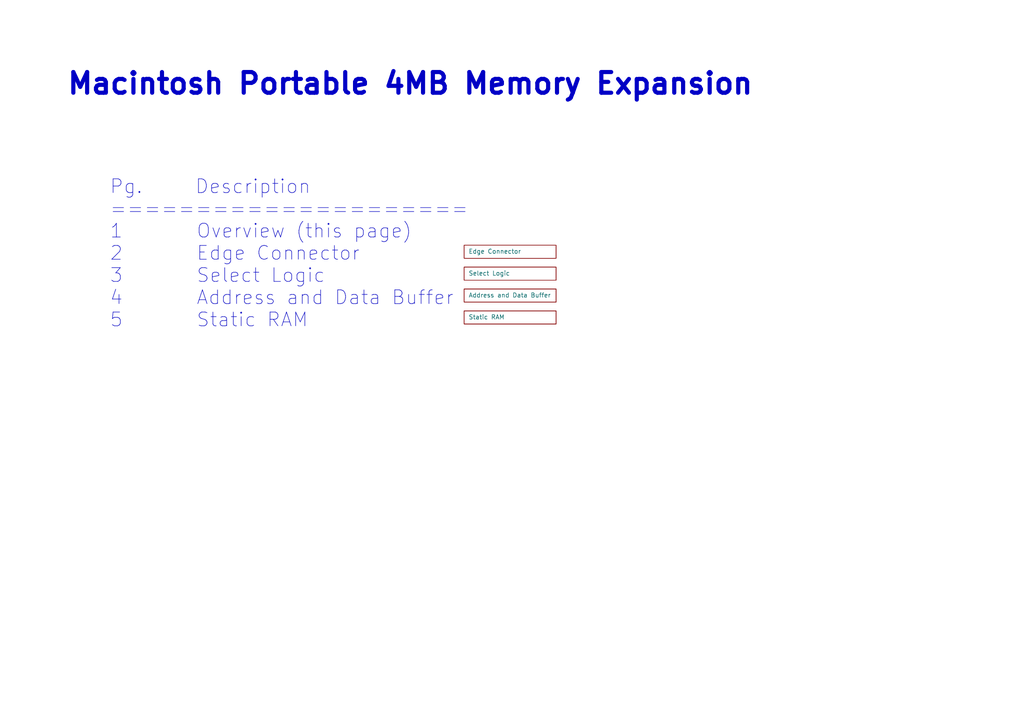
<source format=kicad_sch>
(kicad_sch (version 20211123) (generator eeschema)
  (paper "A4")
  (title_block (title "Overview") (date "2022-10-20") (rev "0.1"))
  (lib_symbols)
  (text "Pg.     Description\n=====================\n1       Overview (this page)\n2       Edge Connector\n3       Select Logic\n4       Address and Data Buffer\n5       Static RAM" (at 31.75 95.25 0) (effects (font (size 4 4)) (justify left bottom)))
  (text "Macintosh Portable 4MB Memory Expansion" (at 19.05 27.94 0) (effects (font (size 6 6) (thickness 1.2) bold) (justify left bottom)))
  (sheet (at 134.62 77.47) (size 26.67 3.81) (stroke (width 0.1524))
    (property "Sheet name" "Select Logic" (at 135.89 80.01 0) (effects (justify left bottom)))
    (property "Sheet file" "select-logic.kicad_sch" (effects hide))
  )
  (sheet (at 134.62 71.12) (size 26.67 3.81) (stroke (width 0.1524))
    (property "Sheet name" "Edge Connector" (at 135.89 73.66 0) (effects (justify left bottom)))
    (property "Sheet file" "edge-connector.kicad_sch" (effects hide))
  )
  (sheet (at 134.62 83.82) (size 26.67 3.81) (stroke (width 0.1524))
    (property "Sheet name" "Address and Data Buffer" (at 135.89 86.36 0) (effects (justify left bottom)))
    (property "Sheet file" "buffers.kicad_sch" (effects hide))
  )
  (sheet (at 134.62 90.17) (size 26.67 3.81) (stroke (width 0.1524))
    (property "Sheet name" "Static RAM" (at 135.89 92.71 0) (effects (justify left bottom)))
    (property "Sheet file" "sram.kicad_sch" (effects hide))
  )
)
</source>
